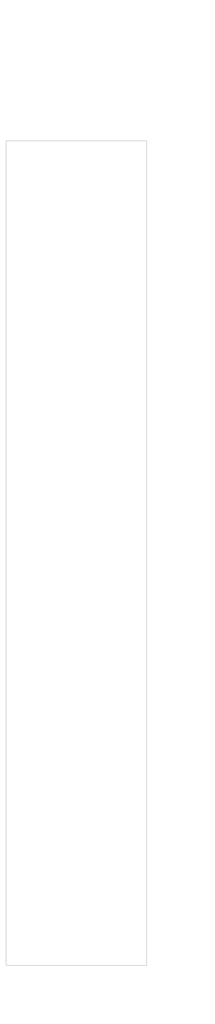
<source format=kicad_pcb>
(kicad_pcb (version 20211014) (generator pcbnew)

  (general
    (thickness 1.6)
  )

  (paper "A4")
  (layers
    (0 "F.Cu" signal)
    (31 "B.Cu" signal)
    (32 "B.Adhes" user "B.Adhesive")
    (33 "F.Adhes" user "F.Adhesive")
    (34 "B.Paste" user)
    (35 "F.Paste" user)
    (36 "B.SilkS" user "B.Silkscreen")
    (37 "F.SilkS" user "F.Silkscreen")
    (38 "B.Mask" user)
    (39 "F.Mask" user)
    (40 "Dwgs.User" user "User.Drawings")
    (41 "Cmts.User" user "User.Comments")
    (42 "Eco1.User" user "User.Eco1")
    (43 "Eco2.User" user "User.Eco2")
    (44 "Edge.Cuts" user)
    (45 "Margin" user)
    (46 "B.CrtYd" user "B.Courtyard")
    (47 "F.CrtYd" user "F.Courtyard")
    (48 "B.Fab" user)
    (49 "F.Fab" user)
    (50 "User.1" user)
    (51 "User.2" user)
    (52 "User.3" user)
    (53 "User.4" user)
    (54 "User.5" user)
    (55 "User.6" user)
    (56 "User.7" user)
    (57 "User.8" user)
    (58 "User.9" user)
  )

  (setup
    (pad_to_mask_clearance 0)
    (pcbplotparams
      (layerselection 0x00010fc_ffffffff)
      (disableapertmacros false)
      (usegerberextensions false)
      (usegerberattributes true)
      (usegerberadvancedattributes true)
      (creategerberjobfile true)
      (svguseinch false)
      (svgprecision 6)
      (excludeedgelayer true)
      (plotframeref false)
      (viasonmask false)
      (mode 1)
      (useauxorigin false)
      (hpglpennumber 1)
      (hpglpenspeed 20)
      (hpglpendiameter 15.000000)
      (dxfpolygonmode true)
      (dxfimperialunits true)
      (dxfusepcbnewfont true)
      (psnegative false)
      (psa4output false)
      (plotreference true)
      (plotvalue true)
      (plotinvisibletext false)
      (sketchpadsonfab false)
      (subtractmaskfromsilk false)
      (outputformat 1)
      (mirror false)
      (drillshape 1)
      (scaleselection 1)
      (outputdirectory "")
    )
  )

  (net 0 "")

  (gr_line (start 0.75 12.5) (end 0.75 120.85) (layer "Edge.Cuts") (width 0.1) (tstamp 1a09a7cb-78f5-4989-9bdf-8b4c4a8beb1d))
  (gr_line (start 19.25 120.85) (end 19.25 12.5) (layer "Edge.Cuts") (width 0.1) (tstamp 2aef071e-f380-49c0-b1ba-860b2a4bd684))
  (gr_line (start 0.75 120.85) (end 19.25 120.85) (layer "Edge.Cuts") (width 0.1) (tstamp 347e4106-0ad8-4579-9925-c65107fafee2))
  (gr_line (start 0.75 12.5) (end 19.25 12.5) (layer "Edge.Cuts") (width 0.1) (tstamp c8cb28f7-4e0d-49a3-8b9b-fcff4adac1d4))
  (gr_line (start 20 0) (end 20 128.5) (layer "User.1") (width 0.1) (tstamp 14be568d-2e52-4aed-b81b-dddc75cbdd07))
  (gr_line (start 0 128.5) (end 0 0) (layer "User.1") (width 0.1) (tstamp 159574a9-ecec-48bb-adb0-3dc9e65d4e79))
  (gr_line (start 0 0) (end 20 0) (layer "User.1") (width 0.1) (tstamp 7a879184-fad8-4feb-afb5-86fe8d34f1f7))
  (gr_line (start 20 128.5) (end 0 128.5) (layer "User.1") (width 0.1) (tstamp bc3f6e1f-c81e-4889-865a-0e223a5a22e2))
  (dimension (type aligned) (layer "User.1") (tstamp 8af03b39-5367-480c-ab0d-2e7bdd97e0d9)
    (pts (xy 0.75 12.5) (xy 19.25 12.5))
    (height -16.5)
    (gr_text "18.5000 mm" (at 10 -5.15) (layer "User.1") (tstamp 947b0045-4aa7-4eaf-860c-7fcd76735eac)
      (effects (font (size 1 1) (thickness 0.15)))
    )
    (format (units 3) (units_format 1) (precision 4))
    (style (thickness 0.1) (arrow_length 1.27) (text_position_mode 0) (extension_height 0.58642) (extension_offset 0.5) keep_text_aligned)
  )
  (dimension (type aligned) (layer "User.1") (tstamp 9bd7f006-42ed-42fc-8b4d-c49ffbd3aa28)
    (pts (xy 19.25 120.85) (xy 19.25 12.5))
    (height 4.75)
    (gr_text "108.3500 mm" (at 22.85 66.675 90) (layer "User.1") (tstamp 45d7d314-f6e6-46f7-a99d-5b36785dd8b1)
      (effects (font (size 1 1) (thickness 0.15)))
    )
    (format (units 3) (units_format 1) (precision 4))
    (style (thickness 0.1) (arrow_length 1.27) (text_position_mode 0) (extension_height 0.58642) (extension_offset 0.5) keep_text_aligned)
  )

)

</source>
